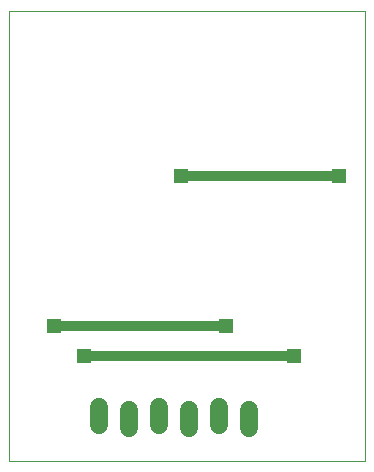
<source format=gbl>
G75*
%MOIN*%
%OFA0B0*%
%FSLAX24Y24*%
%IPPOS*%
%LPD*%
%AMOC8*
5,1,8,0,0,1.08239X$1,22.5*
%
%ADD10C,0.0000*%
%ADD11C,0.0600*%
%ADD12R,0.0472X0.0472*%
%ADD13C,0.0320*%
D10*
X000220Y000100D02*
X000220Y015096D01*
X012090Y015096D01*
X012090Y000100D01*
X000220Y000100D01*
D11*
X003220Y001300D02*
X003220Y001900D01*
X004220Y001800D02*
X004220Y001200D01*
X005220Y001300D02*
X005220Y001900D01*
X006220Y001800D02*
X006220Y001200D01*
X007220Y001300D02*
X007220Y001900D01*
X008220Y001800D02*
X008220Y001200D01*
D12*
X009720Y003600D03*
X007470Y004600D03*
X005970Y009600D03*
X001720Y004600D03*
X002720Y003600D03*
X011220Y009600D03*
D13*
X005970Y009600D01*
X007470Y004600D02*
X001720Y004600D01*
X002720Y003600D02*
X009720Y003600D01*
M02*

</source>
